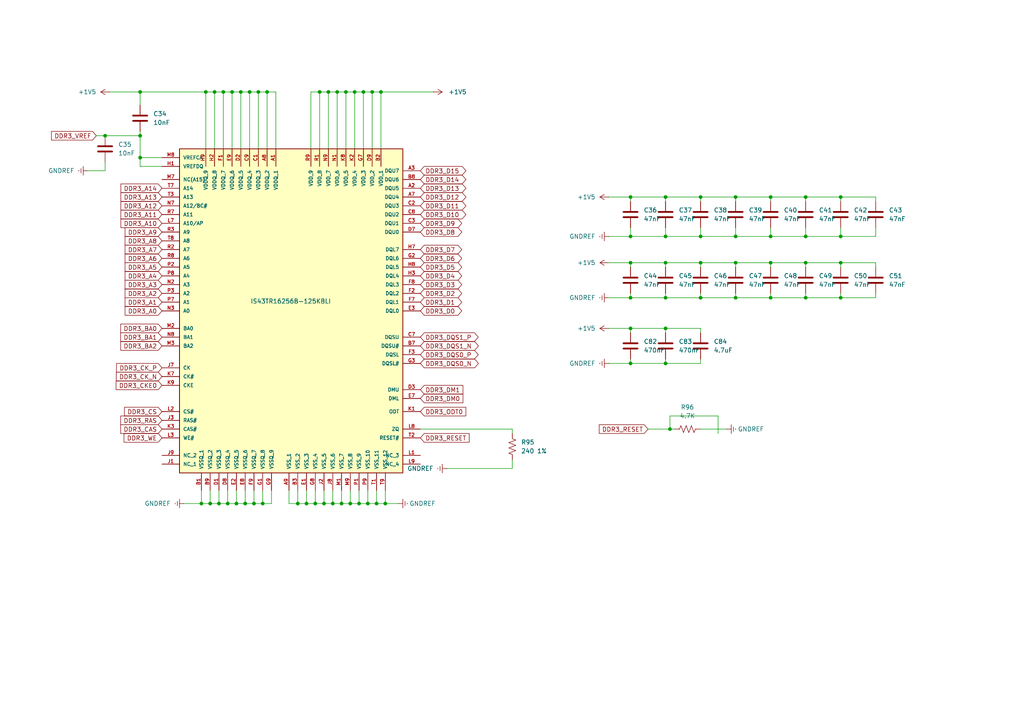
<source format=kicad_sch>
(kicad_sch (version 20231120) (generator "eeschema") (generator_version "8.0")
  (paper "A4")
  (lib_symbols
    (symbol "Device:C" (pin_numbers hide) (pin_names (offset 0.254))
      (property "Reference" "C" (at 0.635 2.54 0))
      (property "Value" "C" (at 0.635 -2.54 0))
      (symbol "C_0_1"
        (polyline (pts (xy -2.032 -0.762) (xy 2.032 -0.762)) (stroke (width 0.508)))
        (polyline (pts (xy -2.032 0.762) (xy 2.032 0.762)) (stroke (width 0.508)))
      )
      (symbol "C_1_1"
        (pin passive line (at 0 3.81 270) (length 2.794) (name "~") (number "1"))
        (pin passive line (at 0 -3.81 90) (length 2.794) (name "~") (number "2"))
      )
    )
    (symbol "Device:R_US" (pin_numbers hide) (pin_names (offset 0))
      (property "Reference" "R" (at 2.54 0 90))
      (property "Value" "R_US" (at -2.54 0 90))
      (symbol "R_US_0_1"
        (polyline (pts (xy 0 -2.286) (xy 0 -2.54)))
        (polyline (pts (xy 0 2.286) (xy 0 2.54)))
        (polyline (pts (xy 0 -0.762) (xy 1.016 -1.143) (xy 0 -1.524) (xy -1.016 -1.905) (xy 0 -2.286)))
        (polyline (pts (xy 0 0.762) (xy 1.016 0.381) (xy 0 0) (xy -1.016 -0.381) (xy 0 -0.762)))
        (polyline (pts (xy 0 2.286) (xy 1.016 1.905) (xy 0 1.524) (xy -1.016 1.143) (xy 0 0.762)))
      )
      (symbol "R_US_1_1"
        (pin passive line (at 0 3.81 270) (length 1.27) (name "~") (number "1"))
        (pin passive line (at 0 -3.81 90) (length 1.27) (name "~") (number "2"))
      )
    )
    (symbol "IS43TR16256B-125KBLI:IS43TR16256B-125KBLI" (pin_names (offset 1.016))
      (property "Reference" "IC1" (at 64.516 17.272 0))
      (property "Value" "IS43TR16256B-125KBLI" (at -2.032 -72.136 0))
      (symbol "IS43TR16256B-125KBLI_0_0"
        (rectangle (start -34.29 -27.94) (end 30.48 -121.92) (stroke (width 0.254)) (fill (type background)))
        (pin bidirectional line (at -6.35 -27.94 270) (length 5.08) (name "VDDQ_1") (number "A1"))
        (pin bidirectional line (at 35.56 -39.37 180) (length 5.08) (name "DQU5") (number "A2"))
        (pin bidirectional line (at 35.56 -34.29 180) (length 5.08) (name "DQU7") (number "A3"))
        (pin bidirectional line (at 35.56 -41.91 180) (length 5.08) (name "DQU4") (number "A7"))
        (pin bidirectional line (at -8.89 -27.94 270) (length 5.08) (name "VDDQ_2") (number "A8"))
        (pin bidirectional line (at -2.54 -127 90) (length 5.08) (name "VSS_1") (number "A9"))
        (pin bidirectional line (at -27.94 -127 90) (length 5.08) (name "VSSQ_1") (number "B1"))
        (pin bidirectional line (at 24.13 -27.94 270) (length 5.08) (name "VDD_1") (number "B2"))
        (pin bidirectional line (at 0 -127 90) (length 5.08) (name "VSS_2") (number "B3"))
        (pin bidirectional line (at 35.56 -85.09 180) (length 5.08) (name "DQSU#") (number "B7"))
        (pin bidirectional line (at 35.56 -36.83 180) (length 5.08) (name "DQU6") (number "B8"))
        (pin bidirectional line (at -25.4 -127 90) (length 5.08) (name "VSSQ_2") (number "B9"))
        (pin bidirectional line (at -11.43 -27.94 270) (length 5.08) (name "VDDQ_3") (number "C1"))
        (pin bidirectional line (at 35.56 -44.45 180) (length 5.08) (name "DQU3") (number "C2"))
        (pin bidirectional line (at 35.56 -49.53 180) (length 5.08) (name "DQU1") (number "C3"))
        (pin bidirectional line (at 35.56 -82.55 180) (length 5.08) (name "DQSU") (number "C7"))
        (pin bidirectional line (at 35.56 -46.99 180) (length 5.08) (name "DQU2") (number "C8"))
        (pin bidirectional line (at -13.97 -27.94 270) (length 5.08) (name "VDDQ_4") (number "C9"))
        (pin bidirectional line (at -22.86 -127 90) (length 5.08) (name "VSSQ_3") (number "D1"))
        (pin bidirectional line (at -16.51 -27.94 270) (length 5.08) (name "VDDQ_5") (number "D2"))
        (pin bidirectional line (at 35.56 -97.79 180) (length 5.08) (name "DMU") (number "D3"))
        (pin bidirectional line (at 35.56 -52.07 180) (length 5.08) (name "DQU0") (number "D7"))
        (pin bidirectional line (at -20.32 -127 90) (length 5.08) (name "VSSQ_4") (number "D8"))
        (pin bidirectional line (at 21.59 -27.94 270) (length 5.08) (name "VDD_2") (number "D9"))
        (pin bidirectional line (at 2.54 -127 90) (length 5.08) (name "VSS_3") (number "E1"))
        (pin bidirectional line (at -17.78 -127 90) (length 5.08) (name "VSSQ_5") (number "E2"))
        (pin bidirectional line (at 35.56 -74.93 180) (length 5.08) (name "DQL0") (number "E3"))
        (pin bidirectional line (at 35.56 -100.33 180) (length 5.08) (name "DML") (number "E7"))
        (pin bidirectional line (at -15.24 -127 90) (length 5.08) (name "VSSQ_6") (number "E8"))
        (pin bidirectional line (at -19.05 -27.94 270) (length 5.08) (name "VDDQ_6") (number "E9"))
        (pin bidirectional line (at -21.59 -27.94 270) (length 5.08) (name "VDDQ_7") (number "F1"))
        (pin bidirectional line (at 35.56 -69.85 180) (length 5.08) (name "DQL2") (number "F2"))
        (pin bidirectional line (at 35.56 -87.63 180) (length 5.08) (name "DQSL") (number "F3"))
        (pin bidirectional line (at 35.56 -72.39 180) (length 5.08) (name "DQL1") (number "F7"))
        (pin bidirectional line (at 35.56 -67.31 180) (length 5.08) (name "DQL3") (number "F8"))
        (pin bidirectional line (at -12.7 -127 90) (length 5.08) (name "VSSQ_7") (number "F9"))
        (pin bidirectional line (at -10.16 -127 90) (length 5.08) (name "VSSQ_8") (number "G1"))
        (pin bidirectional line (at 35.56 -59.69 180) (length 5.08) (name "DQL6") (number "G2"))
        (pin bidirectional line (at 35.56 -90.17 180) (length 5.08) (name "DQSL#") (number "G3"))
        (pin bidirectional line (at 19.05 -27.94 270) (length 5.08) (name "VDD_3") (number "G7"))
        (pin bidirectional line (at 5.08 -127 90) (length 5.08) (name "VSS_4") (number "G8"))
        (pin bidirectional line (at -7.62 -127 90) (length 5.08) (name "VSSQ_9") (number "G9"))
        (pin bidirectional line (at -39.37 -33.02 0) (length 5.08) (name "VREFDQ") (number "H1"))
        (pin bidirectional line (at -24.13 -27.94 270) (length 5.08) (name "VDDQ_8") (number "H2"))
        (pin bidirectional line (at 35.56 -64.77 180) (length 5.08) (name "DQL4") (number "H3"))
        (pin bidirectional line (at 35.56 -57.15 180) (length 5.08) (name "DQL7") (number "H7"))
        (pin bidirectional line (at 35.56 -62.23 180) (length 5.08) (name "DQL5") (number "H8"))
        (pin bidirectional line (at -26.67 -27.94 270) (length 5.08) (name "VDDQ_9") (number "H9"))
        (pin bidirectional line (at -39.37 -119.38 0) (length 5.08) (name "NC_1") (number "J1"))
        (pin bidirectional line (at 7.62 -127 90) (length 5.08) (name "VSS_5") (number "J2"))
        (pin bidirectional line (at -39.37 -106.68 0) (length 5.08) (name "RAS#") (number "J3"))
        (pin bidirectional line (at -39.37 -91.44 0) (length 5.08) (name "CK") (number "J7"))
        (pin bidirectional line (at 10.16 -127 90) (length 5.08) (name "VSS_6") (number "J8"))
        (pin bidirectional line (at -39.37 -116.84 0) (length 5.08) (name "NC_2") (number "J9"))
        (pin bidirectional line (at 35.56 -104.14 180) (length 5.08) (name "ODT") (number "K1"))
        (pin bidirectional line (at 16.51 -27.94 270) (length 5.08) (name "VDD_4") (number "K2"))
        (pin bidirectional line (at -39.37 -109.22 0) (length 5.08) (name "CAS#") (number "K3"))
        (pin bidirectional line (at -39.37 -93.98 0) (length 5.08) (name "CK#") (number "K7"))
        (pin bidirectional line (at 13.97 -27.94 270) (length 5.08) (name "VDD_5") (number "K8"))
        (pin bidirectional line (at -39.37 -96.52 0) (length 5.08) (name "CKE") (number "K9"))
        (pin bidirectional line (at 35.56 -116.84 180) (length 5.08) (name "NC_3") (number "L1"))
        (pin bidirectional line (at -39.37 -104.14 0) (length 5.08) (name "CS#") (number "L2"))
        (pin bidirectional line (at -39.37 -111.76 0) (length 5.08) (name "WE#") (number "L3"))
        (pin bidirectional line (at -39.37 -49.53 0) (length 5.08) (name "A10/AP") (number "L7"))
        (pin bidirectional line (at 35.56 -109.22 180) (length 5.08) (name "ZQ") (number "L8"))
        (pin bidirectional line (at 35.56 -119.38 180) (length 5.08) (name "NC_4") (number "L9"))
        (pin bidirectional line (at 12.7 -127 90) (length 5.08) (name "VSS_7") (number "M1"))
        (pin bidirectional line (at -39.37 -80.01 0) (length 5.08) (name "BA0") (number "M2"))
        (pin bidirectional line (at -39.37 -85.09 0) (length 5.08) (name "BA2") (number "M3"))
        (pin bidirectional line (at -39.37 -36.83 0) (length 5.08) (name "NC(A15)") (number "M7"))
        (pin bidirectional line (at -39.37 -30.48 0) (length 5.08) (name "VREFCA") (number "M8"))
        (pin bidirectional line (at 15.24 -127 90) (length 5.08) (name "VSS_8") (number "M9"))
        (pin bidirectional line (at 11.43 -27.94 270) (length 5.08) (name "VDD_6") (number "N1"))
        (pin bidirectional line (at -39.37 -67.31 0) (length 5.08) (name "A3") (number "N2"))
        (pin bidirectional line (at -39.37 -74.93 0) (length 5.08) (name "A0") (number "N3"))
        (pin bidirectional line (at -39.37 -44.45 0) (length 5.08) (name "A12/BC#") (number "N7"))
        (pin bidirectional line (at -39.37 -82.55 0) (length 5.08) (name "BA1") (number "N8"))
        (pin bidirectional line (at 8.89 -27.94 270) (length 5.08) (name "VDD_7") (number "N9"))
        (pin bidirectional line (at 17.78 -127 90) (length 5.08) (name "VSS_9") (number "P1"))
        (pin bidirectional line (at -39.37 -62.23 0) (length 5.08) (name "A5") (number "P2"))
        (pin bidirectional line (at -39.37 -69.85 0) (length 5.08) (name "A2") (number "P3"))
        (pin bidirectional line (at -39.37 -72.39 0) (length 5.08) (name "A1") (number "P7"))
        (pin bidirectional line (at -39.37 -64.77 0) (length 5.08) (name "A4") (number "P8"))
        (pin bidirectional line (at 20.32 -127 90) (length 5.08) (name "VSS_10") (number "P9"))
        (pin bidirectional line (at 6.35 -27.94 270) (length 5.08) (name "VDD_8") (number "R1"))
        (pin bidirectional line (at -39.37 -57.15 0) (length 5.08) (name "A7") (number "R2"))
        (pin bidirectional line (at -39.37 -52.07 0) (length 5.08) (name "A9") (number "R3"))
        (pin bidirectional line (at -39.37 -46.99 0) (length 5.08) (name "A11") (number "R7"))
        (pin bidirectional line (at -39.37 -59.69 0) (length 5.08) (name "A6") (number "R8"))
        (pin bidirectional line (at 3.81 -27.94 270) (length 5.08) (name "VDD_9") (number "R9"))
        (pin bidirectional line (at 22.86 -127 90) (length 5.08) (name "VSS_11") (number "T1"))
        (pin bidirectional line (at 35.56 -111.76 180) (length 5.08) (name "RESET#") (number "T2"))
        (pin bidirectional line (at -39.37 -41.91 0) (length 5.08) (name "A13") (number "T3"))
        (pin bidirectional line (at -39.37 -39.37 0) (length 5.08) (name "A14") (number "T7"))
        (pin bidirectional line (at -39.37 -54.61 0) (length 5.08) (name "A8") (number "T8"))
        (pin bidirectional line (at 25.4 -127 90) (length 5.08) (name "VSS_12") (number "T9"))
      )
    )
    (symbol "power:+1V5" (power) (pin_numbers hide) (pin_names (offset 0) hide)
      (property "Value" "+1V5" (at 0 3.556 0))
      (symbol "+1V5_0_1"
        (polyline (pts (xy -0.762 1.27) (xy 0 2.54)))
        (polyline (pts (xy 0 0) (xy 0 2.54)))
        (polyline (pts (xy 0 2.54) (xy 0.762 1.27)))
      )
      (symbol "+1V5_1_1"
        (pin power_in line (at 0 0 90) (length 0) (name "~") (number "1"))
      )
    )
    (symbol "power:GNDREF" (power) (pin_numbers hide) (pin_names (offset 0) hide)
      (property "Value" "GNDREF" (at 0 -3.81 0))
      (symbol "GNDREF_0_1"
        (polyline (pts (xy -0.635 -1.905) (xy 0.635 -1.905)))
        (polyline (pts (xy -0.127 -2.54) (xy 0.127 -2.54)))
        (polyline (pts (xy 0 -1.27) (xy 0 0)))
        (polyline (pts (xy 1.27 -1.27) (xy -1.27 -1.27)))
      )
      (symbol "GNDREF_1_1"
        (pin power_in line (at 0 0 270) (length 0) (name "~") (number "1"))
      )
    )
  )
  (junction (at 233.68 57.15))
  (junction (at 102.87 26.67))
  (junction (at 182.88 57.15))
  (junction (at 72.39 26.67))
  (junction (at 193.04 95.25))
  (junction (at 71.12 146.05))
  (junction (at 203.2 76.2))
  (junction (at 223.52 76.2))
  (junction (at 93.98 146.05))
  (junction (at 107.95 26.67))
  (junction (at 97.79 26.67))
  (junction (at 106.68 146.05))
  (junction (at 96.52 146.05))
  (junction (at 86.36 146.05))
  (junction (at 193.04 57.15))
  (junction (at 243.84 86.36))
  (junction (at 223.52 57.15))
  (junction (at 233.68 76.2))
  (junction (at 104.14 146.05))
  (junction (at 77.47 26.67))
  (junction (at 223.52 86.36))
  (junction (at 60.96 146.05))
  (junction (at 91.44 146.05))
  (junction (at 74.93 26.67))
  (junction (at 69.85 26.67))
  (junction (at 223.52 68.58))
  (junction (at 40.64 39.37))
  (junction (at 105.41 26.67))
  (junction (at 203.2 86.36))
  (junction (at 67.31 26.67))
  (junction (at 213.36 86.36))
  (junction (at 182.88 86.36))
  (junction (at 213.36 57.15))
  (junction (at 233.68 68.58))
  (junction (at 62.23 26.67))
  (junction (at 111.76 146.05))
  (junction (at 101.6 146.05))
  (junction (at 40.64 45.72))
  (junction (at 99.06 146.05))
  (junction (at 213.36 76.2))
  (junction (at 63.5 146.05))
  (junction (at 182.88 76.2))
  (junction (at 182.88 105.41))
  (junction (at 213.36 68.58))
  (junction (at 203.2 57.15))
  (junction (at 193.04 86.36))
  (junction (at 193.04 105.41))
  (junction (at 40.64 26.67))
  (junction (at 243.84 76.2))
  (junction (at 95.25 26.67))
  (junction (at 110.49 26.67))
  (junction (at 76.2 146.05))
  (junction (at 100.33 26.67))
  (junction (at 243.84 68.58))
  (junction (at 64.77 26.67))
  (junction (at 109.22 146.05))
  (junction (at 58.42 146.05))
  (junction (at 59.69 26.67))
  (junction (at 73.66 146.05))
  (junction (at 243.84 57.15))
  (junction (at 30.48 39.37))
  (junction (at 182.88 68.58))
  (junction (at 194.31 124.46))
  (junction (at 92.71 26.67))
  (junction (at 203.2 68.58))
  (junction (at 88.9 146.05))
  (junction (at 66.04 146.05))
  (junction (at 233.68 86.36))
  (junction (at 193.04 76.2))
  (junction (at 68.58 146.05))
  (junction (at 182.88 95.25))
  (junction (at 193.04 68.58))
  (wire (pts (xy 243.84 58.42) (xy 243.84 57.15)))
  (wire (pts (xy 213.36 77.47) (xy 213.36 76.2)))
  (wire (pts (xy 203.2 68.58) (xy 213.36 68.58)))
  (wire (pts (xy 66.04 146.05) (xy 68.58 146.05)))
  (wire (pts (xy 77.47 26.67) (xy 77.47 43.18)))
  (wire (pts (xy 59.69 26.67) (xy 40.64 26.67)))
  (wire (pts (xy 176.53 76.2) (xy 182.88 76.2)))
  (wire (pts (xy 25.4 49.53) (xy 30.48 49.53)))
  (wire (pts (xy 105.41 26.67) (xy 107.95 26.67)))
  (wire (pts (xy 92.71 26.67) (xy 95.25 26.67)))
  (wire (pts (xy 30.48 49.53) (xy 30.48 46.99)))
  (wire (pts (xy 69.85 26.67) (xy 69.85 43.18)))
  (wire (pts (xy 40.64 39.37) (xy 40.64 45.72)))
  (wire (pts (xy 193.04 86.36) (xy 203.2 86.36)))
  (wire (pts (xy 243.84 85.09) (xy 243.84 86.36)))
  (wire (pts (xy 129.54 135.89) (xy 148.59 135.89)))
  (wire (pts (xy 194.31 124.46) (xy 195.58 124.46)))
  (wire (pts (xy 193.04 85.09) (xy 193.04 86.36)))
  (wire (pts (xy 92.71 26.67) (xy 92.71 43.18)))
  (wire (pts (xy 80.01 26.67) (xy 80.01 43.18)))
  (wire (pts (xy 106.68 142.24) (xy 106.68 146.05)))
  (wire (pts (xy 193.04 66.04) (xy 193.04 68.58)))
  (wire (pts (xy 91.44 142.24) (xy 91.44 146.05)))
  (wire (pts (xy 66.04 142.24) (xy 66.04 146.05)))
  (wire (pts (xy 193.04 57.15) (xy 203.2 57.15)))
  (wire (pts (xy 203.2 85.09) (xy 203.2 86.36)))
  (wire (pts (xy 69.85 26.67) (xy 72.39 26.67)))
  (wire (pts (xy 243.84 76.2) (xy 233.68 76.2)))
  (wire (pts (xy 121.92 124.46) (xy 148.59 124.46)))
  (wire (pts (xy 243.84 68.58) (xy 233.68 68.58)))
  (wire (pts (xy 208.28 120.65) (xy 194.31 120.65)))
  (wire (pts (xy 102.87 26.67) (xy 105.41 26.67)))
  (wire (pts (xy 182.88 66.04) (xy 182.88 68.58)))
  (wire (pts (xy 208.28 120.65) (xy 208.28 125.73)))
  (wire (pts (xy 182.88 105.41) (xy 176.53 105.41)))
  (wire (pts (xy 193.04 57.15) (xy 182.88 57.15)))
  (wire (pts (xy 86.36 146.05) (xy 88.9 146.05)))
  (wire (pts (xy 63.5 142.24) (xy 63.5 146.05)))
  (wire (pts (xy 99.06 146.05) (xy 101.6 146.05)))
  (wire (pts (xy 104.14 146.05) (xy 106.68 146.05)))
  (wire (pts (xy 193.04 86.36) (xy 182.88 86.36)))
  (wire (pts (xy 203.2 86.36) (xy 213.36 86.36)))
  (wire (pts (xy 176.53 57.15) (xy 182.88 57.15)))
  (wire (pts (xy 63.5 146.05) (xy 60.96 146.05)))
  (wire (pts (xy 254 76.2) (xy 243.84 76.2)))
  (wire (pts (xy 74.93 26.67) (xy 72.39 26.67)))
  (wire (pts (xy 233.68 66.04) (xy 233.68 68.58)))
  (wire (pts (xy 67.31 26.67) (xy 67.31 43.18)))
  (wire (pts (xy 71.12 146.05) (xy 73.66 146.05)))
  (wire (pts (xy 182.88 96.52) (xy 182.88 95.25)))
  (wire (pts (xy 96.52 142.24) (xy 96.52 146.05)))
  (wire (pts (xy 193.04 58.42) (xy 193.04 57.15)))
  (wire (pts (xy 96.52 146.05) (xy 99.06 146.05)))
  (wire (pts (xy 100.33 26.67) (xy 102.87 26.67)))
  (wire (pts (xy 203.2 124.46) (xy 210.82 124.46)))
  (wire (pts (xy 233.68 58.42) (xy 233.68 57.15)))
  (wire (pts (xy 176.53 68.58) (xy 182.88 68.58)))
  (wire (pts (xy 243.84 77.47) (xy 243.84 76.2)))
  (wire (pts (xy 203.2 104.14) (xy 203.2 105.41)))
  (wire (pts (xy 193.04 95.25) (xy 203.2 95.25)))
  (wire (pts (xy 109.22 142.24) (xy 109.22 146.05)))
  (wire (pts (xy 193.04 95.25) (xy 182.88 95.25)))
  (wire (pts (xy 110.49 26.67) (xy 110.49 43.18)))
  (wire (pts (xy 40.64 48.26) (xy 40.64 45.72)))
  (wire (pts (xy 77.47 26.67) (xy 74.93 26.67)))
  (wire (pts (xy 176.53 86.36) (xy 182.88 86.36)))
  (wire (pts (xy 102.87 26.67) (xy 102.87 43.18)))
  (wire (pts (xy 83.82 146.05) (xy 86.36 146.05)))
  (wire (pts (xy 254 66.04) (xy 254 68.58)))
  (wire (pts (xy 233.68 77.47) (xy 233.68 76.2)))
  (wire (pts (xy 182.88 76.2) (xy 193.04 76.2)))
  (wire (pts (xy 78.74 146.05) (xy 76.2 146.05)))
  (wire (pts (xy 194.31 120.65) (xy 194.31 124.46)))
  (wire (pts (xy 213.36 66.04) (xy 213.36 68.58)))
  (wire (pts (xy 182.88 85.09) (xy 182.88 86.36)))
  (wire (pts (xy 203.2 57.15) (xy 213.36 57.15)))
  (wire (pts (xy 233.68 57.15) (xy 243.84 57.15)))
  (wire (pts (xy 100.33 26.67) (xy 100.33 43.18)))
  (wire (pts (xy 203.2 77.47) (xy 203.2 76.2)))
  (wire (pts (xy 213.36 57.15) (xy 223.52 57.15)))
  (wire (pts (xy 213.36 68.58) (xy 223.52 68.58)))
  (wire (pts (xy 67.31 26.67) (xy 69.85 26.67)))
  (wire (pts (xy 53.34 146.05) (xy 58.42 146.05)))
  (wire (pts (xy 78.74 142.24) (xy 78.74 146.05)))
  (wire (pts (xy 74.93 26.67) (xy 74.93 43.18)))
  (wire (pts (xy 83.82 142.24) (xy 83.82 146.05)))
  (wire (pts (xy 72.39 26.67) (xy 72.39 43.18)))
  (wire (pts (xy 60.96 142.24) (xy 60.96 146.05)))
  (wire (pts (xy 109.22 146.05) (xy 111.76 146.05)))
  (wire (pts (xy 148.59 125.73) (xy 148.59 124.46)))
  (wire (pts (xy 233.68 57.15) (xy 223.52 57.15)))
  (wire (pts (xy 193.04 68.58) (xy 203.2 68.58)))
  (wire (pts (xy 254 86.36) (xy 243.84 86.36)))
  (wire (pts (xy 105.41 26.67) (xy 105.41 43.18)))
  (wire (pts (xy 106.68 146.05) (xy 109.22 146.05)))
  (wire (pts (xy 63.5 146.05) (xy 66.04 146.05)))
  (wire (pts (xy 111.76 146.05) (xy 115.57 146.05)))
  (wire (pts (xy 27.94 39.37) (xy 30.48 39.37)))
  (wire (pts (xy 254 58.42) (xy 254 57.15)))
  (wire (pts (xy 182.88 95.25) (xy 176.53 95.25)))
  (wire (pts (xy 193.04 96.52) (xy 193.04 95.25)))
  (wire (pts (xy 233.68 76.2) (xy 223.52 76.2)))
  (wire (pts (xy 40.64 26.67) (xy 40.64 30.48)))
  (wire (pts (xy 40.64 45.72) (xy 46.99 45.72)))
  (wire (pts (xy 223.52 58.42) (xy 223.52 57.15)))
  (wire (pts (xy 90.17 26.67) (xy 92.71 26.67)))
  (wire (pts (xy 86.36 142.24) (xy 86.36 146.05)))
  (wire (pts (xy 58.42 146.05) (xy 58.42 142.24)))
  (wire (pts (xy 95.25 26.67) (xy 97.79 26.67)))
  (wire (pts (xy 93.98 142.24) (xy 93.98 146.05)))
  (wire (pts (xy 223.52 66.04) (xy 223.52 68.58)))
  (wire (pts (xy 93.98 146.05) (xy 96.52 146.05)))
  (wire (pts (xy 76.2 146.05) (xy 73.66 146.05)))
  (wire (pts (xy 101.6 142.24) (xy 101.6 146.05)))
  (wire (pts (xy 90.17 26.67) (xy 90.17 43.18)))
  (wire (pts (xy 71.12 142.24) (xy 71.12 146.05)))
  (wire (pts (xy 62.23 26.67) (xy 59.69 26.67)))
  (wire (pts (xy 68.58 146.05) (xy 71.12 146.05)))
  (wire (pts (xy 223.52 76.2) (xy 213.36 76.2)))
  (wire (pts (xy 107.95 26.67) (xy 107.95 43.18)))
  (wire (pts (xy 68.58 142.24) (xy 68.58 146.05)))
  (wire (pts (xy 203.2 58.42) (xy 203.2 57.15)))
  (wire (pts (xy 213.36 86.36) (xy 223.52 86.36)))
  (wire (pts (xy 97.79 26.67) (xy 97.79 43.18)))
  (wire (pts (xy 203.2 76.2) (xy 213.36 76.2)))
  (wire (pts (xy 107.95 26.67) (xy 110.49 26.67)))
  (wire (pts (xy 223.52 86.36) (xy 233.68 86.36)))
  (wire (pts (xy 254 85.09) (xy 254 86.36)))
  (wire (pts (xy 213.36 85.09) (xy 213.36 86.36)))
  (wire (pts (xy 104.14 142.24) (xy 104.14 146.05)))
  (wire (pts (xy 233.68 68.58) (xy 223.52 68.58)))
  (wire (pts (xy 203.2 96.52) (xy 203.2 95.25)))
  (wire (pts (xy 99.06 142.24) (xy 99.06 146.05)))
  (wire (pts (xy 254 68.58) (xy 243.84 68.58)))
  (wire (pts (xy 91.44 146.05) (xy 93.98 146.05)))
  (wire (pts (xy 111.76 142.24) (xy 111.76 146.05)))
  (wire (pts (xy 30.48 39.37) (xy 40.64 39.37)))
  (wire (pts (xy 64.77 26.67) (xy 62.23 26.67)))
  (wire (pts (xy 97.79 26.67) (xy 100.33 26.67)))
  (wire (pts (xy 60.96 146.05) (xy 58.42 146.05)))
  (wire (pts (xy 59.69 26.67) (xy 59.69 43.18)))
  (wire (pts (xy 64.77 26.67) (xy 64.77 43.18)))
  (wire (pts (xy 40.64 38.1) (xy 40.64 39.37)))
  (wire (pts (xy 233.68 85.09) (xy 233.68 86.36)))
  (wire (pts (xy 193.04 77.47) (xy 193.04 76.2)))
  (wire (pts (xy 203.2 66.04) (xy 203.2 68.58)))
  (wire (pts (xy 187.96 124.46) (xy 194.31 124.46)))
  (wire (pts (xy 101.6 146.05) (xy 104.14 146.05)))
  (wire (pts (xy 243.84 86.36) (xy 233.68 86.36)))
  (wire (pts (xy 223.52 85.09) (xy 223.52 86.36)))
  (wire (pts (xy 182.88 57.15) (xy 182.88 58.42)))
  (wire (pts (xy 203.2 105.41) (xy 193.04 105.41)))
  (wire (pts (xy 243.84 57.15) (xy 254 57.15)))
  (wire (pts (xy 254 77.47) (xy 254 76.2)))
  (wire (pts (xy 223.52 77.47) (xy 223.52 76.2)))
  (wire (pts (xy 193.04 104.14) (xy 193.04 105.41)))
  (wire (pts (xy 62.23 26.67) (xy 62.23 43.18)))
  (wire (pts (xy 46.99 48.26) (xy 40.64 48.26)))
  (wire (pts (xy 95.25 26.67) (xy 95.25 43.18)))
  (wire (pts (xy 193.04 76.2) (xy 203.2 76.2)))
  (wire (pts (xy 110.49 26.67) (xy 125.73 26.67)))
  (wire (pts (xy 243.84 66.04) (xy 243.84 68.58)))
  (wire (pts (xy 73.66 142.24) (xy 73.66 146.05)))
  (wire (pts (xy 193.04 68.58) (xy 182.88 68.58)))
  (wire (pts (xy 80.01 26.67) (xy 77.47 26.67)))
  (wire (pts (xy 88.9 142.24) (xy 88.9 146.05)))
  (wire (pts (xy 182.88 104.14) (xy 182.88 105.41)))
  (wire (pts (xy 182.88 105.41) (xy 193.04 105.41)))
  (wire (pts (xy 76.2 142.24) (xy 76.2 146.05)))
  (wire (pts (xy 67.31 26.67) (xy 64.77 26.67)))
  (wire (pts (xy 182.88 77.47) (xy 182.88 76.2)))
  (wire (pts (xy 88.9 146.05) (xy 91.44 146.05)))
  (wire (pts (xy 213.36 58.42) (xy 213.36 57.15)))
  (wire (pts (xy 148.59 135.89) (xy 148.59 133.35)))
  (wire (pts (xy 40.64 26.67) (xy 31.75 26.67)))
  (global_label "DDR3_D12" (shape bidirectional) (at 121.92 57.15 0) (property "Intersheetrefs" "${INTERSHEET_REFS}" (effects (hide yes))))
  (global_label "DDR3_BA2" (shape input) (at 46.99 100.33 180) (property "Intersheetrefs" "${INTERSHEET_REFS}" (effects (hide yes))))
  (global_label "DDR3_A4" (shape input) (at 46.99 80.01 180) (property "Intersheetrefs" "${INTERSHEET_REFS}" (effects (hide yes))))
  (global_label "DDR3_D10" (shape bidirectional) (at 121.92 62.23 0) (property "Intersheetrefs" "${INTERSHEET_REFS}" (effects (hide yes))))
  (global_label "DDR3_BA1" (shape input) (at 46.99 97.79 180) (property "Intersheetrefs" "${INTERSHEET_REFS}" (effects (hide yes))))
  (global_label "DDR3_CS" (shape input) (at 46.99 119.38 180) (property "Intersheetrefs" "${INTERSHEET_REFS}" (effects (hide yes))))
  (global_label "DDR3_D1" (shape bidirectional) (at 121.92 87.63 0) (property "Intersheetrefs" "${INTERSHEET_REFS}" (effects (hide yes))))
  (global_label "DDR3_RESET" (shape input) (at 121.92 127 0) (property "Intersheetrefs" "${INTERSHEET_REFS}" (effects (hide yes))))
  (global_label "DDR3_A2" (shape input) (at 46.99 85.09 180) (property "Intersheetrefs" "${INTERSHEET_REFS}" (effects (hide yes))))
  (global_label "DDR3_DM1" (shape input) (at 121.92 113.03 0) (property "Intersheetrefs" "${INTERSHEET_REFS}" (effects (hide yes))))
  (global_label "DDR3_D2" (shape bidirectional) (at 121.92 85.09 0) (property "Intersheetrefs" "${INTERSHEET_REFS}" (effects (hide yes))))
  (global_label "DDR3_WE" (shape input) (at 46.99 127 180) (property "Intersheetrefs" "${INTERSHEET_REFS}" (effects (hide yes))))
  (global_label "DDR3_A6" (shape input) (at 46.99 74.93 180) (property "Intersheetrefs" "${INTERSHEET_REFS}" (effects (hide yes))))
  (global_label "DDR3_DQS1_P" (shape bidirectional) (at 121.92 97.79 0) (property "Intersheetrefs" "${INTERSHEET_REFS}" (effects (hide yes))))
  (global_label "DDR3_A13" (shape input) (at 46.99 57.15 180) (property "Intersheetrefs" "${INTERSHEET_REFS}" (effects (hide yes))))
  (global_label "DDR3_A8" (shape input) (at 46.99 69.85 180) (property "Intersheetrefs" "${INTERSHEET_REFS}" (effects (hide yes))))
  (global_label "DDR3_A11" (shape input) (at 46.99 62.23 180) (property "Intersheetrefs" "${INTERSHEET_REFS}" (effects (hide yes))))
  (global_label "DDR3_A5" (shape input) (at 46.99 77.47 180) (property "Intersheetrefs" "${INTERSHEET_REFS}" (effects (hide yes))))
  (global_label "DDR3_A7" (shape input) (at 46.99 72.39 180) (property "Intersheetrefs" "${INTERSHEET_REFS}" (effects (hide yes))))
  (global_label "DDR3_A14" (shape input) (at 46.99 54.61 180) (property "Intersheetrefs" "${INTERSHEET_REFS}" (effects (hide yes))))
  (global_label "DDR3_DQS0_N" (shape bidirectional) (at 121.92 105.41 0) (property "Intersheetrefs" "${INTERSHEET_REFS}" (effects (hide yes))))
  (global_label "DDR3_D9" (shape bidirectional) (at 121.92 64.77 0) (property "Intersheetrefs" "${INTERSHEET_REFS}" (effects (hide yes))))
  (global_label "DDR3_D14" (shape bidirectional) (at 121.92 52.07 0) (property "Intersheetrefs" "${INTERSHEET_REFS}" (effects (hide yes))))
  (global_label "DDR3_D0" (shape bidirectional) (at 121.92 90.17 0) (property "Intersheetrefs" "${INTERSHEET_REFS}" (effects (hide yes))))
  (global_label "DDR3_D13" (shape bidirectional) (at 121.92 54.61 0) (property "Intersheetrefs" "${INTERSHEET_REFS}" (effects (hide yes))))
  (global_label "DDR3_DQS0_P" (shape bidirectional) (at 121.92 102.87 0) (property "Intersheetrefs" "${INTERSHEET_REFS}" (effects (hide yes))))
  (global_label "DDR3_DQS1_N" (shape bidirectional) (at 121.92 100.33 0) (property "Intersheetrefs" "${INTERSHEET_REFS}" (effects (hide yes))))
  (global_label "DDR3_A12" (shape input) (at 46.99 59.69 180) (property "Intersheetrefs" "${INTERSHEET_REFS}" (effects (hide yes))))
  (global_label "DDR3_D6" (shape bidirectional) (at 121.92 74.93 0) (property "Intersheetrefs" "${INTERSHEET_REFS}" (effects (hide yes))))
  (global_label "DDR3_A3" (shape input) (at 46.99 82.55 180) (property "Intersheetrefs" "${INTERSHEET_REFS}" (effects (hide yes))))
  (global_label "DDR3_D4" (shape bidirectional) (at 121.92 80.01 0) (property "Intersheetrefs" "${INTERSHEET_REFS}" (effects (hide yes))))
  (global_label "DDR3_D3" (shape bidirectional) (at 121.92 82.55 0) (property "Intersheetrefs" "${INTERSHEET_REFS}" (effects (hide yes))))
  (global_label "DDR3_D5" (shape bidirectional) (at 121.92 77.47 0) (property "Intersheetrefs" "${INTERSHEET_REFS}" (effects (hide yes))))
  (global_label "DDR3_CKE0" (shape input) (at 46.99 111.76 180) (property "Intersheetrefs" "${INTERSHEET_REFS}" (effects (hide yes))))
  (global_label "DDR3_CK_N" (shape input) (at 46.99 109.22 180) (property "Intersheetrefs" "${INTERSHEET_REFS}" (effects (hide yes))))
  (global_label "DDR3_DM0" (shape input) (at 121.92 115.57 0) (property "Intersheetrefs" "${INTERSHEET_REFS}" (effects (hide yes))))
  (global_label "DDR3_RAS" (shape input) (at 46.99 121.92 180) (property "Intersheetrefs" "${INTERSHEET_REFS}" (effects (hide yes))))
  (global_label "DDR3_CK_P" (shape input) (at 46.99 106.68 180) (property "Intersheetrefs" "${INTERSHEET_REFS}" (effects (hide yes))))
  (global_label "DDR3_A0" (shape input) (at 46.99 90.17 180) (property "Intersheetrefs" "${INTERSHEET_REFS}" (effects (hide yes))))
  (global_label "DDR3_A1" (shape input) (at 46.99 87.63 180) (property "Intersheetrefs" "${INTERSHEET_REFS}" (effects (hide yes))))
  (global_label "DDR3_A10" (shape input) (at 46.99 64.77 180) (property "Intersheetrefs" "${INTERSHEET_REFS}" (effects (hide yes))))
  (global_label "DDR3_A9" (shape input) (at 46.99 67.31 180) (property "Intersheetrefs" "${INTERSHEET_REFS}" (effects (hide yes))))
  (global_label "DDR3_D7" (shape bidirectional) (at 121.92 72.39 0) (property "Intersheetrefs" "${INTERSHEET_REFS}" (effects (hide yes))))
  (global_label "DDR3_D15" (shape bidirectional) (at 121.92 49.53 0) (property "Intersheetrefs" "${INTERSHEET_REFS}" (effects (hide yes))))
  (global_label "DDR3_CAS" (shape input) (at 46.99 124.46 180) (property "Intersheetrefs" "${INTERSHEET_REFS}" (effects (hide yes))))
  (global_label "DDR3_D11" (shape bidirectional) (at 121.92 59.69 0) (property "Intersheetrefs" "${INTERSHEET_REFS}" (effects (hide yes))))
  (global_label "DDR3_BA0" (shape input) (at 46.99 95.25 180) (property "Intersheetrefs" "${INTERSHEET_REFS}" (effects (hide yes))))
  (global_label "DDR3_RESET" (shape input) (at 187.96 124.46 180) (property "Intersheetrefs" "${INTERSHEET_REFS}" (effects (hide yes))))
  (global_label "DDR3_D8" (shape bidirectional) (at 121.92 67.31 0) (property "Intersheetrefs" "${INTERSHEET_REFS}" (effects (hide yes))))
  (global_label "DDR3_VREF" (shape input) (at 27.94 39.37 180) (property "Intersheetrefs" "${INTERSHEET_REFS}" (effects (hide yes))))
  (global_label "DDR3_ODT0" (shape input) (at 121.92 119.38 0) (property "Intersheetrefs" "${INTERSHEET_REFS}" (effects (hide yes))))
  (symbol (lib_id "power:+1V5") (at 176.53 95.25 90) (unit 1)
    (property "Reference" "#PWR049" (effects (hide yes)))
    (property "Value" "+1V5" (at 172.72 95.2499 90) (effects (justify left)))
    (property "Description" "Power symbol creates a global label with name \"+1V5\"" (effects (hide yes)))
  )
  (symbol (lib_id "Device:C") (at 203.2 62.23 0) (unit 1)
    (property "Reference" "C38" (at 207.01 60.9599 0) (effects (justify left)))
    (property "Value" "47nF" (at 207.01 63.4999 0) (effects (justify left)))
    (property "Footprint" "footprints:C_0201_0603Metric" (effects (hide yes)))
    (property "Description" "Unpolarized capacitor" (effects (hide yes)))
    (property "LCSC PN" "C88917" (effects (hide yes)))
  )
  (symbol (lib_id "Device:C") (at 233.68 81.28 0) (unit 1)
    (property "Reference" "C49" (at 237.49 80.0099 0) (effects (justify left)))
    (property "Value" "47nF" (at 237.49 82.5499 0) (effects (justify left)))
    (property "Footprint" "footprints:C_0201_0603Metric" (effects (hide yes)))
    (property "Description" "Unpolarized capacitor" (effects (hide yes)))
    (property "LCSC PN" "C88917" (effects (hide yes)))
  )
  (symbol (lib_id "power:GNDREF") (at 176.53 105.41 270) (unit 1)
    (property "Reference" "#PWR052" (effects (hide yes)))
    (property "Value" "GNDREF" (at 172.72 105.4099 90) (effects (justify right)))
    (property "Description" "Power symbol creates a global label with name \"GNDREF\" , reference supply ground" (effects (hide yes)))
  )
  (symbol (lib_id "Device:C") (at 40.64 34.29 0) (unit 1)
    (property "Reference" "C34" (at 44.45 33.0199 0) (effects (justify left)))
    (property "Value" "10nF" (at 44.45 35.5599 0) (effects (justify left)))
    (property "Footprint" "footprints:C_0201_0603Metric" (effects (hide yes)))
    (property "Description" "Unpolarized capacitor" (effects (hide yes)))
    (property "LCSC PN" "c85930" (effects (hide yes)))
  )
  (symbol (lib_id "Device:C") (at 182.88 62.23 0) (unit 1)
    (property "Reference" "C36" (at 186.69 60.9599 0) (effects (justify left)))
    (property "Value" "47nF" (at 186.69 63.4999 0) (effects (justify left)))
    (property "Footprint" "footprints:C_0201_0603Metric" (effects (hide yes)))
    (property "Description" "Unpolarized capacitor" (effects (hide yes)))
    (property "LCSC PN" "C88917" (effects (hide yes)))
  )
  (symbol (lib_id "Device:C") (at 243.84 81.28 0) (unit 1)
    (property "Reference" "C50" (at 247.65 80.0099 0) (effects (justify left)))
    (property "Value" "47nF" (at 247.65 82.5499 0) (effects (justify left)))
    (property "Footprint" "footprints:C_0201_0603Metric" (effects (hide yes)))
    (property "Description" "Unpolarized capacitor" (effects (hide yes)))
    (property "LCSC PN" "C88917" (effects (hide yes)))
  )
  (symbol (lib_id "power:GNDREF") (at 176.53 86.36 270) (unit 1)
    (property "Reference" "#PWR051" (effects (hide yes)))
    (property "Value" "GNDREF" (at 172.72 86.3599 90) (effects (justify right)))
    (property "Description" "Power symbol creates a global label with name \"GNDREF\" , reference supply ground" (effects (hide yes)))
  )
  (symbol (lib_id "Device:C") (at 182.88 100.33 0) (unit 1)
    (property "Reference" "C82" (at 186.69 99.0599 0) (effects (justify left)))
    (property "Value" "470nF" (at 186.69 101.5999 0) (effects (justify left)))
    (property "Footprint" "footprints:C_0201_0603Metric" (effects (hide yes)))
    (property "Description" "Unpolarized capacitor" (effects (hide yes)))
    (property "LCSC PN" "C5383023" (effects (hide yes)))
  )
  (symbol (lib_id "Device:C") (at 254 81.28 0) (unit 1)
    (property "Reference" "C51" (at 257.81 80.0099 0) (effects (justify left)))
    (property "Value" "47nF" (at 257.81 82.5499 0) (effects (justify left)))
    (property "Footprint" "footprints:C_0201_0603Metric" (effects (hide yes)))
    (property "Description" "Unpolarized capacitor" (effects (hide yes)))
    (property "LCSC PN" "C88917" (effects (hide yes)))
  )
  (symbol (lib_id "power:+1V5") (at 176.53 57.15 90) (unit 1)
    (property "Reference" "#PWR047" (effects (hide yes)))
    (property "Value" "+1V5" (at 172.72 57.1499 90) (effects (justify left)))
    (property "Description" "Power symbol creates a global label with name \"+1V5\"" (effects (hide yes)))
  )
  (symbol (lib_id "Device:C") (at 213.36 81.28 0) (unit 1)
    (property "Reference" "C47" (at 217.17 80.0099 0) (effects (justify left)))
    (property "Value" "47nF" (at 217.17 82.5499 0) (effects (justify left)))
    (property "Footprint" "footprints:C_0201_0603Metric" (effects (hide yes)))
    (property "Description" "Unpolarized capacitor" (effects (hide yes)))
    (property "LCSC PN" "C88917" (effects (hide yes)))
  )
  (symbol (lib_id "Device:C") (at 213.36 62.23 0) (unit 1)
    (property "Reference" "C39" (at 217.17 60.9599 0) (effects (justify left)))
    (property "Value" "47nF" (at 217.17 63.4999 0) (effects (justify left)))
    (property "Footprint" "footprints:C_0201_0603Metric" (effects (hide yes)))
    (property "Description" "Unpolarized capacitor" (effects (hide yes)))
    (property "LCSC PN" "C88917" (effects (hide yes)))
  )
  (symbol (lib_id "Device:C") (at 193.04 62.23 0) (unit 1)
    (property "Reference" "C37" (at 196.85 60.9599 0) (effects (justify left)))
    (property "Value" "47nF" (at 196.85 63.4999 0) (effects (justify left)))
    (property "Footprint" "footprints:C_0201_0603Metric" (effects (hide yes)))
    (property "Description" "Unpolarized capacitor" (effects (hide yes)))
    (property "LCSC PN" "C88917" (effects (hide yes)))
  )
  (symbol (lib_id "Device:C") (at 182.88 81.28 0) (unit 1)
    (property "Reference" "C44" (at 186.69 80.0099 0) (effects (justify left)))
    (property "Value" "47nF" (at 186.69 82.5499 0) (effects (justify left)))
    (property "Footprint" "footprints:C_0201_0603Metric" (effects (hide yes)))
    (property "Description" "Unpolarized capacitor" (effects (hide yes)))
    (property "LCSC PN" "C88917" (effects (hide yes)))
  )
  (symbol (lib_id "Device:C") (at 30.48 43.18 0) (unit 1)
    (property "Reference" "C35" (at 34.29 41.9099 0) (effects (justify left)))
    (property "Value" "10nF" (at 34.29 44.4499 0) (effects (justify left)))
    (property "Footprint" "footprints:C_0201_0603Metric" (effects (hide yes)))
    (property "Description" "Unpolarized capacitor" (effects (hide yes)))
    (property "LCSC PN" "c85930" (effects (hide yes)))
  )
  (symbol (lib_id "Device:R_US") (at 148.59 129.54 0) (unit 1)
    (property "Reference" "R95" (at 151.13 128.2699 0) (effects (justify left)))
    (property "Value" "240 1%" (at 151.13 130.8099 0) (effects (justify left)))
    (property "Footprint" "footprints:R_0402" (effects (hide yes)))
    (property "Description" "Resistor, US symbol" (effects (hide yes)))
    (property "LCSC PN" "C114755" (effects (hide yes)))
  )
  (symbol (lib_id "Device:C") (at 223.52 81.28 0) (unit 1)
    (property "Reference" "C48" (at 227.33 80.0099 0) (effects (justify left)))
    (property "Value" "47nF" (at 227.33 82.5499 0) (effects (justify left)))
    (property "Footprint" "footprints:C_0201_0603Metric" (effects (hide yes)))
    (property "Description" "Unpolarized capacitor" (effects (hide yes)))
    (property "LCSC PN" "C88917" (effects (hide yes)))
  )
  (symbol (lib_id "power:GNDREF") (at 53.34 146.05 270) (unit 1)
    (property "Reference" "#PWR043" (effects (hide yes)))
    (property "Value" "GNDREF" (at 49.53 146.0499 90) (effects (justify right)))
    (property "Description" "Power symbol creates a global label with name \"GNDREF\" , reference supply ground" (effects (hide yes)))
  )
  (symbol (lib_id "power:GNDREF") (at 210.82 124.46 90) (unit 1)
    (property "Reference" "#PWR053" (effects (hide yes)))
    (property "Value" "GNDREF" (at 214.0048 124.4599 90) (effects (justify right)))
    (property "Description" "Power symbol creates a global label with name \"GNDREF\" , reference supply ground" (effects (hide yes)))
  )
  (symbol (lib_id "Device:C") (at 193.04 81.28 0) (unit 1)
    (property "Reference" "C45" (at 196.85 80.0099 0) (effects (justify left)))
    (property "Value" "47nF" (at 196.85 82.5499 0) (effects (justify left)))
    (property "Footprint" "footprints:C_0201_0603Metric" (effects (hide yes)))
    (property "Description" "Unpolarized capacitor" (effects (hide yes)))
    (property "LCSC PN" "C88917" (effects (hide yes)))
  )
  (symbol (lib_id "Device:C") (at 254 62.23 0) (unit 1)
    (property "Reference" "C43" (at 257.81 60.9599 0) (effects (justify left)))
    (property "Value" "47nF" (at 257.81 63.4999 0) (effects (justify left)))
    (property "Footprint" "footprints:C_0201_0603Metric" (effects (hide yes)))
    (property "Description" "Unpolarized capacitor" (effects (hide yes)))
    (property "LCSC PN" "C88917" (effects (hide yes)))
  )
  (symbol (lib_id "IS43TR16256B-125KBLI:IS43TR16256B-125KBLI") (at 86.36 15.24 0) (unit 1)
    (property "Reference" "IC1" (at 150.876 -2.032 0))
    (property "Value" "IS43TR16256B-125KBLI" (at 84.328 87.376 0))
    (property "Footprint" "footprints:BGA96C80P9X16_900X1300X120" (effects (hide yes)))
    (property "Manufacturer_Name" "Integrated Silicon Solution Inc." (effects (hide yes)))
    (property "MF" "ISSI, Integrated Silicon Solution Inc" (effects (hide yes)))
    (property "Description_1" "\n                        \n                            SDRAM - DDR3 Memory IC 4Gb (256M x 16) Parallel 800 MHz 20 ns 96-TWBGA (9x13)\n                        \n" (effects (hide yes)))
    (property "Mouser_Part_Number" "870-43T16256B125KBLI" (effects (hide yes)))
    (property "Price" "None" (effects (hide yes)))
    (property "Check_prices" "https://www.snapeda.com/parts/IS43TR16256B-125KBLI/ISSI/view-part/?ref=eda" (effects (hide yes)))
    (property "Height" "1.2mm" (effects (hide yes)))
    (property "SnapEDA_Link" "https://www.snapeda.com/parts/IS43TR16256B-125KBLI/ISSI/view-part/?ref=snap" (effects (hide yes)))
    (property "MP" "IS43TR16256B-125KBLI" (effects (hide yes)))
    (property "Package" "TFBGA-96 ISSI" (effects (hide yes)))
    (property "Mouser_Price-Stock" "https://www.mouser.com/Search/Refine.aspx?Keyword=870-43T16256B125KBLI" (effects (hide yes)))
    (property "Availability" "In Stock" (effects (hide yes)))
    (property "Manufacturer_Part_Number" "IS43TR16256B-125KBLI" (effects (hide yes)))
    (property "LCSC PN" "C1349408" (effects (hide yes)))
  )
  (symbol (lib_id "Device:R_US") (at 199.39 124.46 90) (unit 1)
    (property "Reference" "R96" (at 199.39 118.11 90))
    (property "Value" "4.7K" (at 199.39 120.65 90))
    (property "Footprint" "footprints:R_0201_0603Metric" (effects (hide yes)))
    (property "Description" "Resistor, US symbol" (effects (hide yes)))
    (property "LCSC PN" "C138135" (effects (hide yes)))
  )
  (symbol (lib_id "Device:C") (at 193.04 100.33 0) (unit 1)
    (property "Reference" "C83" (at 196.85 99.0599 0) (effects (justify left)))
    (property "Value" "470nF" (at 196.85 101.5999 0) (effects (justify left)))
    (property "Footprint" "footprints:C_0201_0603Metric" (effects (hide yes)))
    (property "Description" "Unpolarized capacitor" (effects (hide yes)))
    (property "LCSC PN" "C5383023" (effects (hide yes)))
  )
  (symbol (lib_id "Device:C") (at 223.52 62.23 0) (unit 1)
    (property "Reference" "C40" (at 227.33 60.9599 0) (effects (justify left)))
    (property "Value" "47nF" (at 227.33 63.4999 0) (effects (justify left)))
    (property "Footprint" "footprints:C_0201_0603Metric" (effects (hide yes)))
    (property "Description" "Unpolarized capacitor" (effects (hide yes)))
    (property "LCSC PN" "C88917" (effects (hide yes)))
  )
  (symbol (lib_id "power:+1V5") (at 31.75 26.67 90) (unit 1)
    (property "Reference" "#PWR045" (effects (hide yes)))
    (property "Value" "+1V5" (at 27.94 26.6699 90) (effects (justify left)))
    (property "Description" "Power symbol creates a global label with name \"+1V5\"" (effects (hide yes)))
  )
  (symbol (lib_id "power:+1V5") (at 125.73 26.67 270) (unit 1)
    (property "Reference" "#PWR0117" (effects (hide yes)))
    (property "Value" "+1V5" (at 130.0638 26.6699 90) (effects (justify left)))
    (property "Description" "Power symbol creates a global label with name \"+1V5\"" (effects (hide yes)))
  )
  (symbol (lib_id "Device:C") (at 243.84 62.23 0) (unit 1)
    (property "Reference" "C42" (at 247.65 60.9599 0) (effects (justify left)))
    (property "Value" "47nF" (at 247.65 63.4999 0) (effects (justify left)))
    (property "Footprint" "footprints:C_0201_0603Metric" (effects (hide yes)))
    (property "Description" "Unpolarized capacitor" (effects (hide yes)))
    (property "LCSC PN" "C88917" (effects (hide yes)))
  )
  (symbol (lib_id "Device:C") (at 233.68 62.23 0) (unit 1)
    (property "Reference" "C41" (at 237.49 60.9599 0) (effects (justify left)))
    (property "Value" "47nF" (at 237.49 63.4999 0) (effects (justify left)))
    (property "Footprint" "footprints:C_0201_0603Metric" (effects (hide yes)))
    (property "Description" "Unpolarized capacitor" (effects (hide yes)))
    (property "LCSC PN" "C88917" (effects (hide yes)))
  )
  (symbol (lib_id "power:GNDREF") (at 176.53 68.58 270) (unit 1)
    (property "Reference" "#PWR050" (effects (hide yes)))
    (property "Value" "GNDREF" (at 172.72 68.5799 90) (effects (justify right)))
    (property "Description" "Power symbol creates a global label with name \"GNDREF\" , reference supply ground" (effects (hide yes)))
  )
  (symbol (lib_id "power:GNDREF") (at 129.54 135.89 270) (unit 1)
    (property "Reference" "#PWR044" (effects (hide yes)))
    (property "Value" "GNDREF" (at 125.73 135.8899 90) (effects (justify right)))
    (property "Description" "Power symbol creates a global label with name \"GNDREF\" , reference supply ground" (effects (hide yes)))
  )
  (symbol (lib_id "Device:C") (at 203.2 100.33 0) (unit 1)
    (property "Reference" "C84" (at 207.01 99.0599 0) (effects (justify left)))
    (property "Value" "4.7uF" (at 207.01 101.5999 0) (effects (justify left)))
    (property "Footprint" "footprints:C_0402" (effects (hide yes)))
    (property "Description" "Unpolarized capacitor" (effects (hide yes)))
    (property "LCSC PN" "C2858031" (effects (hide yes)))
  )
  (symbol (lib_id "power:GNDREF") (at 115.57 146.05 90) (unit 1)
    (property "Reference" "#PWR0116" (effects (hide yes)))
    (property "Value" "GNDREF" (at 118.7548 146.0499 90) (effects (justify right)))
    (property "Description" "Power symbol creates a global label with name \"GNDREF\" , reference supply ground" (effects (hide yes)))
  )
  (symbol (lib_id "power:GNDREF") (at 25.4 49.53 270) (unit 1)
    (property "Reference" "#PWR046" (effects (hide yes)))
    (property "Value" "GNDREF" (at 21.59 49.5299 90) (effects (justify right)))
    (property "Description" "Power symbol creates a global label with name \"GNDREF\" , reference supply ground" (effects (hide yes)))
  )
  (symbol (lib_id "power:+1V5") (at 176.53 76.2 90) (unit 1)
    (property "Reference" "#PWR048" (effects (hide yes)))
    (property "Value" "+1V5" (at 172.72 76.1999 90) (effects (justify left)))
    (property "Description" "Power symbol creates a global label with name \"+1V5\"" (effects (hide yes)))
  )
  (symbol (lib_id "Device:C") (at 203.2 81.28 0) (unit 1)
    (property "Reference" "C46" (at 207.01 80.0099 0) (effects (justify left)))
    (property "Value" "47nF" (at 207.01 82.5499 0) (effects (justify left)))
    (property "Footprint" "footprints:C_0201_0603Metric" (effects (hide yes)))
    (property "Description" "Unpolarized capacitor" (effects (hide yes)))
    (property "LCSC PN" "C88917" (effects (hide yes)))
  )
)
</source>
